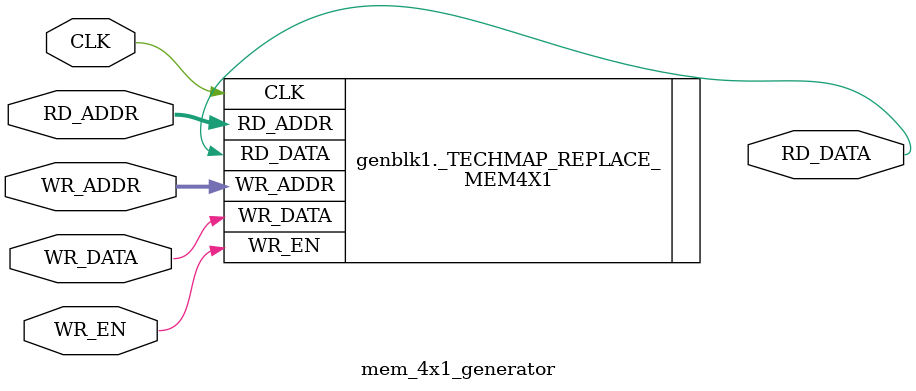
<source format=v>

module \$mem (RD_CLK, RD_ADDR, RD_DATA, WR_CLK, WR_EN, WR_ADDR, WR_DATA);
	parameter MEMID = "";
	parameter SIZE = 256;
	parameter OFFSET = 0;
	parameter ABITS = 8;
	parameter WIDTH = 8;

	parameter RD_PORTS = 1;
	parameter RD_CLK_ENABLE = 1'b1;
	parameter RD_CLK_POLARITY = 1'b1;
	parameter RD_TRANSPARENT = 1'b1;

	parameter WR_PORTS = 1;
	parameter WR_CLK_ENABLE = 1'b1;
	parameter WR_CLK_POLARITY = 1'b1;

	input [RD_PORTS-1:0] RD_CLK;
	input [RD_PORTS*ABITS-1:0] RD_ADDR;
	output reg [RD_PORTS*WIDTH-1:0] RD_DATA;

	input [WR_PORTS-1:0] WR_CLK, WR_EN;
	input [WR_PORTS*ABITS-1:0] WR_ADDR;
	input [WR_PORTS*WIDTH-1:0] WR_DATA;

	wire [1023:0] _TECHMAP_DO_ = "proc; clean";

	parameter _TECHMAP_CONNMAP_RD_CLK_ = 0;
	parameter _TECHMAP_CONNMAP_WR_CLK_ = 0;

	reg _TECHMAP_FAIL_;
	initial begin
		_TECHMAP_FAIL_ <= 0;

		// only map cells with only one read and one write port
		if (RD_PORTS > 1 || WR_PORTS > 1)
			_TECHMAP_FAIL_ <= 1;

		// we expect positive read clock and non-transparent reads
		if (RD_TRANSPARENT || !RD_CLK_ENABLE || !RD_CLK_POLARITY)
			_TECHMAP_FAIL_ <= 1;

		// we expect positive write clock
		if (!WR_CLK_ENABLE || !WR_CLK_POLARITY)
			_TECHMAP_FAIL_ <= 1;

		// read and write must be in same clock domain
		if (_TECHMAP_CONNMAP_RD_CLK_ != _TECHMAP_CONNMAP_WR_CLK_)
			_TECHMAP_FAIL_ <= 1;

		// we don't do small memories or memories with offsets
		if (OFFSET != 0 || ABITS < 4 || SIZE < 16)
			_TECHMAP_FAIL_ <= 1;
	end

	genvar i;
	generate
	  for (i = 0; i < WIDTH; i=i+1) begin:slice
		mem_4x1_generator #(
			.ABITS(ABITS),
			.SIZE(SIZE)
		) bit_slice (
			.CLK(RD_CLK),
			.RD_ADDR(RD_ADDR),
			.RD_DATA(RD_DATA[i]),
			.WR_ADDR(WR_ADDR),
			.WR_DATA(WR_DATA[i]),
			.WR_EN(WR_EN)
		);
	  end
	endgenerate
endmodule

module mem_4x1_generator (CLK, RD_ADDR, RD_DATA, WR_ADDR, WR_DATA, WR_EN);
	parameter ABITS = 4;
	parameter SIZE = 16;

	input CLK, WR_DATA, WR_EN;
	input [ABITS-1:0] RD_ADDR, WR_ADDR;
	output RD_DATA;

	wire [1023:0] _TECHMAP_DO_ = "proc; clean";

	generate
	  if (ABITS > 4) begin
	  	wire high_rd_data, low_rd_data;
	  	if (SIZE > 2**(ABITS-1)) begin
			mem_4x1_generator #(
				.ABITS(ABITS-1),
				.SIZE(SIZE - 2**(ABITS-1))
			) part_high (
				.CLK(CLK),
				.RD_ADDR(RD_ADDR[ABITS-2:0]),
				.RD_DATA(high_rd_data),
				.WR_ADDR(WR_ADDR[ABITS-2:0]),
				.WR_DATA(WR_DATA),
				.WR_EN(WR_EN && WR_ADDR[ABITS-1])
			);
		end else begin
			assign high_rd_data = 1'bx;
		end
		mem_4x1_generator #(
			.ABITS(ABITS-1),
			.SIZE(SIZE > 2**(ABITS-1) ? 2**(ABITS-1) : SIZE)
		) part_low (
			.CLK(CLK),
			.RD_ADDR(RD_ADDR[ABITS-2:0]),
			.RD_DATA(low_rd_data),
			.WR_ADDR(WR_ADDR[ABITS-2:0]),
			.WR_DATA(WR_DATA),
			.WR_EN(WR_EN && !WR_ADDR[ABITS-1])
		);
		reg delayed_abit;
		always @(posedge CLK)
			delayed_abit <= RD_ADDR[ABITS-1];
		assign RD_DATA = delayed_abit ? high_rd_data : low_rd_data;
	  end else begin
	  	MEM4X1 _TECHMAP_REPLACE_ (
			.CLK(CLK),
			.RD_ADDR(RD_ADDR),
			.RD_DATA(RD_DATA),
			.WR_ADDR(WR_ADDR),
			.WR_DATA(WR_DATA),
			.WR_EN(WR_EN)
		);
	  end
	endgenerate
endmodule


</source>
